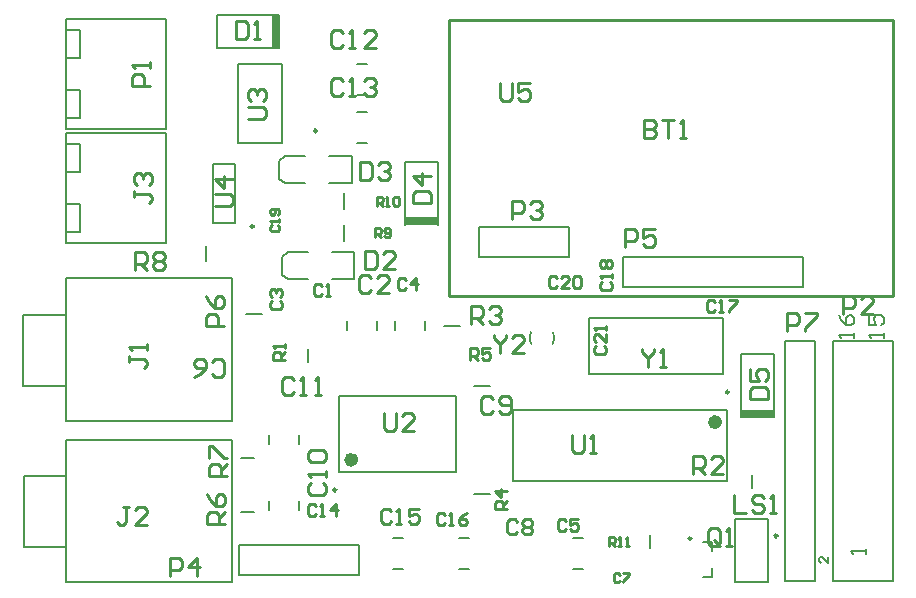
<source format=gto>
%FSLAX25Y25*%
%MOIN*%
G70*
G01*
G75*
%ADD10R,0.05906X0.05512*%
%ADD11O,0.02756X0.09055*%
%ADD12R,0.05709X0.02362*%
%ADD13R,0.04331X0.05512*%
%ADD14R,0.03937X0.05118*%
%ADD15R,0.05512X0.04331*%
%ADD16O,0.02362X0.09055*%
%ADD17R,0.05906X0.11024*%
%ADD18R,0.11024X0.05906*%
%ADD19R,0.05118X0.03937*%
%ADD20R,0.05512X0.05906*%
%ADD21R,0.05906X0.05906*%
%ADD22O,0.08661X0.02362*%
%ADD23R,0.06102X0.13583*%
%ADD24R,0.06102X0.04331*%
%ADD25R,0.06102X0.04331*%
%ADD26C,0.01200*%
%ADD27C,0.04724*%
%ADD28O,0.07087X0.10630*%
%ADD29O,0.10630X0.07087*%
%ADD30C,0.05906*%
%ADD31R,0.05906X0.05906*%
%ADD32C,0.07874*%
%ADD33R,0.07874X0.07874*%
%ADD34C,0.05512*%
%ADD35P,0.05966X8X202.5*%
%ADD36C,0.04724*%
%ADD37C,0.11810*%
%ADD38R,0.07874X0.07874*%
%ADD39C,0.05000*%
%ADD40C,0.63000*%
%ADD41R,0.10000X0.20000*%
%ADD42C,0.02362*%
%ADD43C,0.00984*%
%ADD44C,0.00787*%
%ADD45C,0.01000*%
%ADD46C,0.00787*%
%ADD47C,0.00800*%
%ADD48R,0.11024X0.03150*%
%ADD49R,0.03150X0.11024*%
D42*
X195630Y301339D02*
G03*
X195630Y301339I-1181J0D01*
G01*
X316874Y313874D02*
G03*
X316874Y313874I-1181J0D01*
G01*
D43*
X189449Y291299D02*
G03*
X189449Y291299I-492J0D01*
G01*
X307866Y275087D02*
G03*
X307866Y275087I-492J0D01*
G01*
X336563Y276000D02*
G03*
X336563Y276000I-492J0D01*
G01*
X320339Y323913D02*
G03*
X320339Y323913I-492J0D01*
G01*
X161941Y379153D02*
G03*
X161941Y379153I-492J0D01*
G01*
X182996Y410945D02*
G03*
X182996Y410945I-492J0D01*
G01*
D44*
X261580Y339933D02*
G03*
X261683Y343877I-3580J2067D01*
G01*
X254317Y343877D02*
G03*
X254420Y339933I3683J-1877D01*
G01*
X85228Y295811D02*
X99476D01*
X85228Y272189D02*
Y295811D01*
Y272189D02*
X99476D01*
Y260500D02*
X154728D01*
Y286000D01*
X99476Y308000D02*
X154728D01*
X99476Y260500D02*
Y308000D01*
X154728Y284394D02*
Y308000D01*
X159441Y350000D02*
X164559D01*
X225441Y345937D02*
X230559D01*
X229488Y297402D02*
Y322598D01*
X190512Y297402D02*
Y322598D01*
X229488D01*
X190512Y297402D02*
X229488D01*
X154528Y338276D02*
Y361882D01*
X99276Y314382D02*
Y361882D01*
X154528D01*
Y314382D02*
Y339882D01*
X99276Y314382D02*
X154528D01*
X85028Y326071D02*
X99276D01*
X85028D02*
Y349693D01*
X99276D01*
X314756Y262094D02*
Y265244D01*
X311606Y262094D02*
X314756D01*
Y270756D02*
Y273906D01*
X311606D02*
X314756D01*
X294000Y271835D02*
Y276165D01*
X322488Y281512D02*
X333512D01*
X322488Y260488D02*
X333512D01*
Y281512D01*
X322488Y260488D02*
Y281512D01*
X328000Y291835D02*
Y296165D01*
X355000Y261000D02*
Y341000D01*
X375000Y261000D02*
Y341000D01*
X355000Y261000D02*
X375000D01*
X355000Y341000D02*
X375000D01*
X324488Y336433D02*
X335512D01*
Y315567D02*
Y336433D01*
X324488Y315567D02*
Y336433D01*
X273559Y348452D02*
X318441D01*
X273559Y329948D02*
Y348452D01*
Y329948D02*
X318441D01*
Y348452D01*
X248370Y317811D02*
X319630D01*
X248370Y294189D02*
X319630D01*
Y317811D01*
X248370Y294189D02*
Y317811D01*
X235441Y326000D02*
X240559D01*
X235441Y289937D02*
X240559D01*
X268425Y275118D02*
X271575D01*
X268425Y264882D02*
X271575D01*
X230425Y275118D02*
X233575D01*
X230425Y264882D02*
X233575D01*
X197000Y263000D02*
Y273000D01*
X157000Y263000D02*
X197000D01*
X157000Y273000D02*
X197000D01*
X157000Y263000D02*
Y273000D01*
X208425Y264882D02*
X211575D01*
X208425Y275118D02*
X211575D01*
X177118Y284425D02*
Y287575D01*
X166882Y284425D02*
Y287575D01*
X157638Y284000D02*
X161969D01*
X157638Y302000D02*
X161969D01*
X177118Y306425D02*
Y309575D01*
X166882Y306425D02*
Y309575D01*
X180000Y333835D02*
Y338165D01*
X219118Y344425D02*
Y347575D01*
X208882Y344425D02*
Y347575D01*
X203118Y344425D02*
Y347575D01*
X192882Y344425D02*
Y347575D01*
X237000Y369000D02*
Y379000D01*
X267000D01*
Y369000D02*
Y379000D01*
X237000Y369000D02*
X267000D01*
X212488Y400433D02*
X223512D01*
Y379567D02*
Y400433D01*
X212488Y379567D02*
Y400433D01*
X191937Y374304D02*
Y379423D01*
X187937Y370528D02*
X195417D01*
X187937Y361472D02*
X195417D01*
Y370528D01*
X171402Y363047D02*
Y368953D01*
X173370Y370528D02*
X180063D01*
X171402Y363047D02*
X173370Y361472D01*
X171402Y368953D02*
X173370Y370528D01*
Y361472D02*
X180063D01*
X191937Y384971D02*
Y390089D01*
X187047Y402528D02*
X194528D01*
X187047Y393472D02*
X194528D01*
Y402528D01*
X170512Y395047D02*
Y400953D01*
X172480Y402528D02*
X179173D01*
X170512Y395047D02*
X172480Y393472D01*
X170512Y400953D02*
X172480Y402528D01*
Y393472D02*
X179173D01*
X146000Y367441D02*
Y372559D01*
X155543Y380157D02*
Y399843D01*
X148457Y380157D02*
Y399843D01*
Y380157D02*
X155543D01*
X148457Y399843D02*
X155543D01*
X156717Y406811D02*
X171283D01*
Y433189D01*
X156717D02*
X171283D01*
X156717Y406811D02*
Y433189D01*
X149567Y438488D02*
Y449512D01*
X170433D01*
X149567Y438488D02*
X170433D01*
X339000Y261000D02*
Y341000D01*
Y261000D02*
X349000D01*
Y341000D01*
X339000D02*
X349000D01*
X285000Y369000D02*
X345000D01*
X285000Y359000D02*
X345000D01*
Y369000D01*
X285000Y359000D02*
Y369000D01*
X196425Y422882D02*
X199575D01*
X196425Y433118D02*
X199575D01*
X196425Y406882D02*
X199575D01*
X196425Y417118D02*
X199575D01*
D45*
X227000Y356000D02*
X372000D01*
X227000D02*
Y448000D01*
X375000D01*
Y356000D02*
Y448000D01*
X372000Y356000D02*
X375000D01*
X292000Y414498D02*
Y408500D01*
X294999D01*
X295999Y409500D01*
Y410499D01*
X294999Y411499D01*
X292000D01*
X294999D01*
X295999Y412499D01*
Y413498D01*
X294999Y414498D01*
X292000D01*
X297998D02*
X301997D01*
X299997D01*
Y408500D01*
X303996D02*
X305995D01*
X304996D01*
Y414498D01*
X303996Y413498D01*
X120499Y285498D02*
X118499D01*
X119499D01*
Y280500D01*
X118499Y279500D01*
X117500D01*
X116500Y280500D01*
X126497Y279500D02*
X122498D01*
X126497Y283499D01*
Y284498D01*
X125497Y285498D01*
X123498D01*
X122498Y284498D01*
X152000Y346000D02*
X146002D01*
Y348999D01*
X147002Y349999D01*
X149001D01*
X150001Y348999D01*
Y346000D01*
X146002Y355997D02*
X147002Y353997D01*
X149001Y351998D01*
X151000D01*
X152000Y352998D01*
Y354997D01*
X151000Y355997D01*
X150001D01*
X149001Y354997D01*
Y351998D01*
X234500Y346500D02*
Y352498D01*
X237499D01*
X238499Y351498D01*
Y349499D01*
X237499Y348499D01*
X234500D01*
X236499D02*
X238499Y346500D01*
X240498Y351498D02*
X241498Y352498D01*
X243497D01*
X244497Y351498D01*
Y350499D01*
X243497Y349499D01*
X242497D01*
X243497D01*
X244497Y348499D01*
Y347500D01*
X243497Y346500D01*
X241498D01*
X240498Y347500D01*
X205500Y316998D02*
Y312000D01*
X206500Y311000D01*
X208499D01*
X209499Y312000D01*
Y316998D01*
X215497Y311000D02*
X211498D01*
X215497Y314999D01*
Y315998D01*
X214497Y316998D01*
X212498D01*
X211498Y315998D01*
X317499Y273500D02*
Y277498D01*
X316499Y278498D01*
X314500D01*
X313500Y277498D01*
Y273500D01*
X314500Y272500D01*
X316499D01*
X315499Y274499D02*
X317499Y272500D01*
X316499D02*
X317499Y273500D01*
X319498Y272500D02*
X321497D01*
X320498D01*
Y278498D01*
X319498Y277498D01*
X283999Y262999D02*
X283500Y263499D01*
X282500D01*
X282000Y262999D01*
Y261000D01*
X282500Y260500D01*
X283500D01*
X283999Y261000D01*
X284999Y263499D02*
X286998D01*
Y262999D01*
X284999Y261000D01*
Y260500D01*
X280500Y272500D02*
Y275499D01*
X281999D01*
X282499Y274999D01*
Y274000D01*
X281999Y273500D01*
X280500D01*
X281500D02*
X282499Y272500D01*
X283499D02*
X284499D01*
X283999D01*
Y275499D01*
X283499Y274999D01*
X285998Y272500D02*
X286998D01*
X286498D01*
Y275499D01*
X285998Y274999D01*
X322000Y289498D02*
Y283500D01*
X325999D01*
X331997Y288498D02*
X330997Y289498D01*
X328998D01*
X327998Y288498D01*
Y287499D01*
X328998Y286499D01*
X330997D01*
X331997Y285499D01*
Y284500D01*
X330997Y283500D01*
X328998D01*
X327998Y284500D01*
X333996Y283500D02*
X335996D01*
X334996D01*
Y289498D01*
X333996Y288498D01*
X308500Y296500D02*
Y302498D01*
X311499D01*
X312499Y301498D01*
Y299499D01*
X311499Y298499D01*
X308500D01*
X310499D02*
X312499Y296500D01*
X318497D02*
X314498D01*
X318497Y300499D01*
Y301498D01*
X317497Y302498D01*
X315498D01*
X314498Y301498D01*
X358500Y350000D02*
Y355998D01*
X361499D01*
X362499Y354998D01*
Y352999D01*
X361499Y351999D01*
X358500D01*
X368497Y350000D02*
X364498D01*
X368497Y353999D01*
Y354998D01*
X367497Y355998D01*
X365498D01*
X364498Y354998D01*
X327502Y321500D02*
X333500D01*
Y324499D01*
X332500Y325499D01*
X328502D01*
X327502Y324499D01*
Y321500D01*
Y331497D02*
Y327498D01*
X330501D01*
X329501Y329497D01*
Y330497D01*
X330501Y331497D01*
X332500D01*
X333500Y330497D01*
Y328498D01*
X332500Y327498D01*
X315666Y353832D02*
X314999Y354499D01*
X313666D01*
X313000Y353832D01*
Y351166D01*
X313666Y350500D01*
X314999D01*
X315666Y351166D01*
X316999Y350500D02*
X318332D01*
X317665D01*
Y354499D01*
X316999Y353832D01*
X320331Y354499D02*
X322997D01*
Y353832D01*
X320331Y351166D01*
Y350500D01*
X278168Y360666D02*
X277501Y359999D01*
Y358666D01*
X278168Y358000D01*
X280834D01*
X281500Y358666D01*
Y359999D01*
X280834Y360666D01*
X281500Y361999D02*
Y363332D01*
Y362665D01*
X277501D01*
X278168Y361999D01*
Y365331D02*
X277501Y365997D01*
Y367330D01*
X278168Y367997D01*
X278834D01*
X279501Y367330D01*
X280167Y367997D01*
X280834D01*
X281500Y367330D01*
Y365997D01*
X280834Y365331D01*
X280167D01*
X279501Y365997D01*
X278834Y365331D01*
X278168D01*
X279501Y365997D02*
Y367330D01*
X291500Y338198D02*
Y337198D01*
X293499Y335199D01*
X295499Y337198D01*
Y338198D01*
X293499Y335199D02*
Y332200D01*
X297498D02*
X299497D01*
X298498D01*
Y338198D01*
X297498Y337198D01*
X263166Y361932D02*
X262499Y362599D01*
X261166D01*
X260500Y361932D01*
Y359266D01*
X261166Y358600D01*
X262499D01*
X263166Y359266D01*
X267164Y358600D02*
X264499D01*
X267164Y361266D01*
Y361932D01*
X266498Y362599D01*
X265165D01*
X264499Y361932D01*
X268497D02*
X269164Y362599D01*
X270497D01*
X271163Y361932D01*
Y359266D01*
X270497Y358600D01*
X269164D01*
X268497Y359266D01*
Y361932D01*
X276168Y339166D02*
X275501Y338499D01*
Y337166D01*
X276168Y336500D01*
X278834D01*
X279500Y337166D01*
Y338499D01*
X278834Y339166D01*
X279500Y343164D02*
Y340499D01*
X276834Y343164D01*
X276168D01*
X275501Y342498D01*
Y341165D01*
X276168Y340499D01*
X279500Y344497D02*
Y345830D01*
Y345164D01*
X275501D01*
X276168Y344497D01*
X242000Y342998D02*
Y341998D01*
X243999Y339999D01*
X245999Y341998D01*
Y342998D01*
X243999Y339999D02*
Y337000D01*
X251997D02*
X247998D01*
X251997Y340999D01*
Y341998D01*
X250997Y342998D01*
X248998D01*
X247998Y341998D01*
X268000Y309498D02*
Y304500D01*
X269000Y303500D01*
X270999D01*
X271999Y304500D01*
Y309498D01*
X273998Y303500D02*
X275997D01*
X274998D01*
Y309498D01*
X273998Y308498D01*
X234000Y334500D02*
Y338499D01*
X235999D01*
X236666Y337832D01*
Y336499D01*
X235999Y335833D01*
X234000D01*
X235333D02*
X236666Y334500D01*
X240665Y338499D02*
X237999D01*
Y336499D01*
X239332Y337166D01*
X239998D01*
X240665Y336499D01*
Y335166D01*
X239998Y334500D01*
X238665D01*
X237999Y335166D01*
X244000Y426998D02*
Y422000D01*
X245000Y421000D01*
X246999D01*
X247999Y422000D01*
Y426998D01*
X253997D02*
X249998D01*
Y423999D01*
X251997Y424999D01*
X252997D01*
X253997Y423999D01*
Y422000D01*
X252997Y421000D01*
X250998D01*
X249998Y422000D01*
X246500Y285000D02*
X242501D01*
Y286999D01*
X243168Y287666D01*
X244501D01*
X245167Y286999D01*
Y285000D01*
Y286333D02*
X246500Y287666D01*
Y290998D02*
X242501D01*
X244501Y288999D01*
Y291665D01*
X266166Y280832D02*
X265499Y281499D01*
X264166D01*
X263500Y280832D01*
Y278166D01*
X264166Y277500D01*
X265499D01*
X266166Y278166D01*
X270164Y281499D02*
X267499D01*
Y279499D01*
X268832Y280166D01*
X269498D01*
X270164Y279499D01*
Y278166D01*
X269498Y277500D01*
X268165D01*
X267499Y278166D01*
X249832Y280665D02*
X248999Y281498D01*
X247333D01*
X246500Y280665D01*
Y277333D01*
X247333Y276500D01*
X248999D01*
X249832Y277333D01*
X251498Y280665D02*
X252331Y281498D01*
X253998D01*
X254831Y280665D01*
Y279832D01*
X253998Y278999D01*
X254831Y278166D01*
Y277333D01*
X253998Y276500D01*
X252331D01*
X251498Y277333D01*
Y278166D01*
X252331Y278999D01*
X251498Y279832D01*
Y280665D01*
X252331Y278999D02*
X253998D01*
X225666Y282832D02*
X224999Y283499D01*
X223666D01*
X223000Y282832D01*
Y280166D01*
X223666Y279500D01*
X224999D01*
X225666Y280166D01*
X226999Y279500D02*
X228332D01*
X227665D01*
Y283499D01*
X226999Y282832D01*
X232997Y283499D02*
X231664Y282832D01*
X230331Y281499D01*
Y280166D01*
X230997Y279500D01*
X232330D01*
X232997Y280166D01*
Y280833D01*
X232330Y281499D01*
X230331D01*
X134000Y262500D02*
Y268498D01*
X136999D01*
X137999Y267498D01*
Y265499D01*
X136999Y264499D01*
X134000D01*
X142997Y262500D02*
Y268498D01*
X139998Y265499D01*
X143997D01*
X207832Y284165D02*
X206999Y284998D01*
X205333D01*
X204500Y284165D01*
Y280833D01*
X205333Y280000D01*
X206999D01*
X207832Y280833D01*
X209498Y280000D02*
X211164D01*
X210331D01*
Y284998D01*
X209498Y284165D01*
X216996Y284998D02*
X213664D01*
Y282499D01*
X215330Y283332D01*
X216163D01*
X216996Y282499D01*
Y280833D01*
X216163Y280000D01*
X214497D01*
X213664Y280833D01*
X182666Y285832D02*
X181999Y286499D01*
X180666D01*
X180000Y285832D01*
Y283166D01*
X180666Y282500D01*
X181999D01*
X182666Y283166D01*
X183999Y282500D02*
X185332D01*
X184665D01*
Y286499D01*
X183999Y285832D01*
X189330Y282500D02*
Y286499D01*
X187331Y284499D01*
X189997D01*
X181002Y293499D02*
X180002Y292499D01*
Y290500D01*
X181002Y289500D01*
X185000D01*
X186000Y290500D01*
Y292499D01*
X185000Y293499D01*
X186000Y295498D02*
Y297497D01*
Y296498D01*
X180002D01*
X181002Y295498D01*
Y300496D02*
X180002Y301496D01*
Y303496D01*
X181002Y304495D01*
X185000D01*
X186000Y303496D01*
Y301496D01*
X185000Y300496D01*
X181002D01*
X152500Y280000D02*
X146502D01*
Y282999D01*
X147502Y283999D01*
X149501D01*
X150501Y282999D01*
Y280000D01*
Y281999D02*
X152500Y283999D01*
X146502Y289997D02*
X147502Y287997D01*
X149501Y285998D01*
X151500D01*
X152500Y286998D01*
Y288997D01*
X151500Y289997D01*
X150501D01*
X149501Y288997D01*
Y285998D01*
X153000Y296000D02*
X147002D01*
Y298999D01*
X148002Y299999D01*
X150001D01*
X151001Y298999D01*
Y296000D01*
Y297999D02*
X153000Y299999D01*
X147002Y301998D02*
Y305997D01*
X148002D01*
X152000Y301998D01*
X153000D01*
X175499Y327998D02*
X174499Y328998D01*
X172500D01*
X171500Y327998D01*
Y324000D01*
X172500Y323000D01*
X174499D01*
X175499Y324000D01*
X177498Y323000D02*
X179497D01*
X178498D01*
Y328998D01*
X177498Y327998D01*
X182496Y323000D02*
X184496D01*
X183496D01*
Y328998D01*
X182496Y327998D01*
X172500Y334500D02*
X168501D01*
Y336499D01*
X169168Y337166D01*
X170501D01*
X171167Y336499D01*
Y334500D01*
Y335833D02*
X172500Y337166D01*
Y338499D02*
Y339832D01*
Y339165D01*
X168501D01*
X169168Y338499D01*
X184666Y359332D02*
X183999Y359999D01*
X182667D01*
X182000Y359332D01*
Y356666D01*
X182667Y356000D01*
X183999D01*
X184666Y356666D01*
X185999Y356000D02*
X187332D01*
X186665D01*
Y359999D01*
X185999Y359332D01*
X168168Y354166D02*
X167501Y353499D01*
Y352166D01*
X168168Y351500D01*
X170834D01*
X171500Y352166D01*
Y353499D01*
X170834Y354166D01*
X168168Y355499D02*
X167501Y356165D01*
Y357498D01*
X168168Y358165D01*
X168834D01*
X169501Y357498D01*
Y356832D01*
Y357498D01*
X170167Y358165D01*
X170834D01*
X171500Y357498D01*
Y356165D01*
X170834Y355499D01*
X212666Y361332D02*
X211999Y361999D01*
X210666D01*
X210000Y361332D01*
Y358666D01*
X210666Y358000D01*
X211999D01*
X212666Y358666D01*
X215998Y358000D02*
Y361999D01*
X213999Y359999D01*
X216665D01*
X200999Y361998D02*
X199999Y362998D01*
X198000D01*
X197000Y361998D01*
Y358000D01*
X198000Y357000D01*
X199999D01*
X200999Y358000D01*
X206997Y357000D02*
X202998D01*
X206997Y360999D01*
Y361998D01*
X205997Y362998D01*
X203998D01*
X202998Y361998D01*
X248000Y381500D02*
Y387498D01*
X250999D01*
X251999Y386498D01*
Y384499D01*
X250999Y383499D01*
X248000D01*
X253998Y386498D02*
X254998Y387498D01*
X256997D01*
X257997Y386498D01*
Y385499D01*
X256997Y384499D01*
X255997D01*
X256997D01*
X257997Y383499D01*
Y382500D01*
X256997Y381500D01*
X254998D01*
X253998Y382500D01*
X215002Y387000D02*
X221000D01*
Y389999D01*
X220000Y390999D01*
X216002D01*
X215002Y389999D01*
Y387000D01*
X221000Y395997D02*
X215002D01*
X218001Y392998D01*
Y396997D01*
X202500Y375500D02*
Y378499D01*
X203999D01*
X204499Y377999D01*
Y376999D01*
X203999Y376500D01*
X202500D01*
X203500D02*
X204499Y375500D01*
X205499Y376000D02*
X205999Y375500D01*
X206998D01*
X207498Y376000D01*
Y377999D01*
X206998Y378499D01*
X205999D01*
X205499Y377999D01*
Y377499D01*
X205999Y376999D01*
X207498D01*
X199000Y370998D02*
Y365000D01*
X201999D01*
X202999Y366000D01*
Y369998D01*
X201999Y370998D01*
X199000D01*
X208997Y365000D02*
X204998D01*
X208997Y368999D01*
Y369998D01*
X207997Y370998D01*
X205998D01*
X204998Y369998D01*
X168001Y379499D02*
X167501Y378999D01*
Y378000D01*
X168001Y377500D01*
X170000D01*
X170500Y378000D01*
Y378999D01*
X170000Y379499D01*
X170500Y380499D02*
Y381499D01*
Y380999D01*
X167501D01*
X168001Y380499D01*
X170000Y382998D02*
X170500Y383498D01*
Y384498D01*
X170000Y384998D01*
X168001D01*
X167501Y384498D01*
Y383498D01*
X168001Y382998D01*
X168501D01*
X169000Y383498D01*
Y384998D01*
X203000Y386000D02*
Y388999D01*
X204500D01*
X204999Y388499D01*
Y387499D01*
X204500Y387000D01*
X203000D01*
X204000D02*
X204999Y386000D01*
X205999D02*
X206999D01*
X206499D01*
Y388999D01*
X205999Y388499D01*
X208498D02*
X208998Y388999D01*
X209998D01*
X210498Y388499D01*
Y386500D01*
X209998Y386000D01*
X208998D01*
X208498Y386500D01*
Y388499D01*
X197500Y400498D02*
Y394500D01*
X200499D01*
X201499Y395500D01*
Y399498D01*
X200499Y400498D01*
X197500D01*
X203498Y399498D02*
X204498Y400498D01*
X206497D01*
X207497Y399498D01*
Y398499D01*
X206497Y397499D01*
X205497D01*
X206497D01*
X207497Y396499D01*
Y395500D01*
X206497Y394500D01*
X204498D01*
X203498Y395500D01*
X122500Y364500D02*
Y370498D01*
X125499D01*
X126499Y369498D01*
Y367499D01*
X125499Y366499D01*
X122500D01*
X124499D02*
X126499Y364500D01*
X128498Y369498D02*
X129498Y370498D01*
X131497D01*
X132497Y369498D01*
Y368499D01*
X131497Y367499D01*
X132497Y366499D01*
Y365500D01*
X131497Y364500D01*
X129498D01*
X128498Y365500D01*
Y366499D01*
X129498Y367499D01*
X128498Y368499D01*
Y369498D01*
X129498Y367499D02*
X131497D01*
X149002Y386000D02*
X154000D01*
X155000Y387000D01*
Y388999D01*
X154000Y389999D01*
X149002D01*
X155000Y394997D02*
X149002D01*
X152001Y391998D01*
Y395997D01*
X120502Y335999D02*
Y333999D01*
Y334999D01*
X125500D01*
X126500Y333999D01*
Y333000D01*
X125500Y332000D01*
X126500Y337998D02*
Y339997D01*
Y338998D01*
X120502D01*
X121502Y337998D01*
X122002Y390999D02*
Y388999D01*
Y389999D01*
X127000D01*
X128000Y388999D01*
Y388000D01*
X127000Y387000D01*
X123002Y392998D02*
X122002Y393998D01*
Y395997D01*
X123002Y396997D01*
X124001D01*
X125001Y395997D01*
Y394997D01*
Y395997D01*
X126001Y396997D01*
X127000D01*
X128000Y395997D01*
Y393998D01*
X127000Y392998D01*
X127500Y426000D02*
X121502D01*
Y428999D01*
X122502Y429999D01*
X124501D01*
X125501Y428999D01*
Y426000D01*
X127500Y431998D02*
Y433997D01*
Y432998D01*
X121502D01*
X122502Y431998D01*
X160002Y415000D02*
X165000D01*
X166000Y416000D01*
Y417999D01*
X165000Y418999D01*
X160002D01*
X161002Y420998D02*
X160002Y421998D01*
Y423997D01*
X161002Y424997D01*
X162001D01*
X163001Y423997D01*
Y422997D01*
Y423997D01*
X164001Y424997D01*
X165000D01*
X166000Y423997D01*
Y421998D01*
X165000Y420998D01*
X156000Y447498D02*
Y441500D01*
X158999D01*
X159999Y442500D01*
Y446498D01*
X158999Y447498D01*
X156000D01*
X161998Y441500D02*
X163997D01*
X162998D01*
Y447498D01*
X161998Y446498D01*
X148001Y330002D02*
X149001Y329002D01*
X151000D01*
X152000Y330002D01*
Y334000D01*
X151000Y335000D01*
X149001D01*
X148001Y334000D01*
X142003Y329002D02*
X144003Y330002D01*
X146002Y332001D01*
Y334000D01*
X145002Y335000D01*
X143003D01*
X142003Y334000D01*
Y333001D01*
X143003Y332001D01*
X146002D01*
X241699Y321746D02*
X240699Y322745D01*
X238700D01*
X237700Y321746D01*
Y317747D01*
X238700Y316747D01*
X240699D01*
X241699Y317747D01*
X243698D02*
X244698Y316747D01*
X246697D01*
X247697Y317747D01*
Y321746D01*
X246697Y322745D01*
X244698D01*
X243698Y321746D01*
Y320746D01*
X244698Y319746D01*
X247697D01*
X191799Y427698D02*
X190799Y428698D01*
X188800D01*
X187800Y427698D01*
Y423700D01*
X188800Y422700D01*
X190799D01*
X191799Y423700D01*
X193798Y422700D02*
X195797D01*
X194798D01*
Y428698D01*
X193798Y427698D01*
X198796D02*
X199796Y428698D01*
X201796D01*
X202795Y427698D01*
Y426699D01*
X201796Y425699D01*
X200796D01*
X201796D01*
X202795Y424699D01*
Y423700D01*
X201796Y422700D01*
X199796D01*
X198796Y423700D01*
X191749Y443648D02*
X190749Y444648D01*
X188750D01*
X187750Y443648D01*
Y439650D01*
X188750Y438650D01*
X190749D01*
X191749Y439650D01*
X193748Y438650D02*
X195747D01*
X194748D01*
Y444648D01*
X193748Y443648D01*
X202745Y438650D02*
X198746D01*
X202745Y442649D01*
Y443648D01*
X201746Y444648D01*
X199746D01*
X198746Y443648D01*
X285600Y372400D02*
Y378398D01*
X288599D01*
X289599Y377398D01*
Y375399D01*
X288599Y374399D01*
X285600D01*
X295597Y378398D02*
X291598D01*
Y375399D01*
X293597Y376399D01*
X294597D01*
X295597Y375399D01*
Y373400D01*
X294597Y372400D01*
X292598D01*
X291598Y373400D01*
X339600Y344400D02*
Y350398D01*
X342599D01*
X343599Y349398D01*
Y347399D01*
X342599Y346399D01*
X339600D01*
X345598Y350398D02*
X349597D01*
Y349398D01*
X345598Y345400D01*
Y344400D01*
D46*
X99457Y410272D02*
X132543D01*
Y373640D02*
Y410272D01*
X99457Y373640D02*
X132543D01*
X99457D02*
Y410272D01*
Y406727D02*
X104183D01*
Y397273D02*
Y406727D01*
X99457Y397273D02*
X104183D01*
X99457Y386638D02*
X104183D01*
Y377185D02*
Y386638D01*
X99457Y377185D02*
X104183D01*
X99457Y448272D02*
X132543D01*
Y411640D02*
Y448272D01*
X99457Y411640D02*
X132543D01*
X99457D02*
Y448272D01*
Y444727D02*
X104183D01*
Y435273D02*
Y444727D01*
X99457Y435273D02*
X104183D01*
X99457Y424638D02*
X104183D01*
Y415185D02*
Y424638D01*
X99457Y415185D02*
X104183D01*
D47*
X362000Y342000D02*
Y343666D01*
Y342833D01*
X357002D01*
X357835Y342000D01*
X357002Y349498D02*
X357835Y347831D01*
X359501Y346165D01*
X361167D01*
X362000Y346998D01*
Y348664D01*
X361167Y349498D01*
X360334D01*
X359501Y348664D01*
Y346165D01*
X372000Y342000D02*
Y343666D01*
Y342833D01*
X367002D01*
X367835Y342000D01*
X367002Y349498D02*
Y346165D01*
X369501D01*
X368668Y347831D01*
Y348664D01*
X369501Y349498D01*
X371167D01*
X372000Y348664D01*
Y346998D01*
X371167Y346165D01*
X366000Y270000D02*
Y271666D01*
Y270833D01*
X361002D01*
X361835Y270000D01*
X353500Y268999D02*
Y267000D01*
X351501Y268999D01*
X351001D01*
X350501Y268499D01*
Y267500D01*
X351001Y267000D01*
D48*
X329990Y316737D02*
D03*
X217988Y380753D02*
D03*
D49*
X169252Y443984D02*
D03*
M02*

</source>
